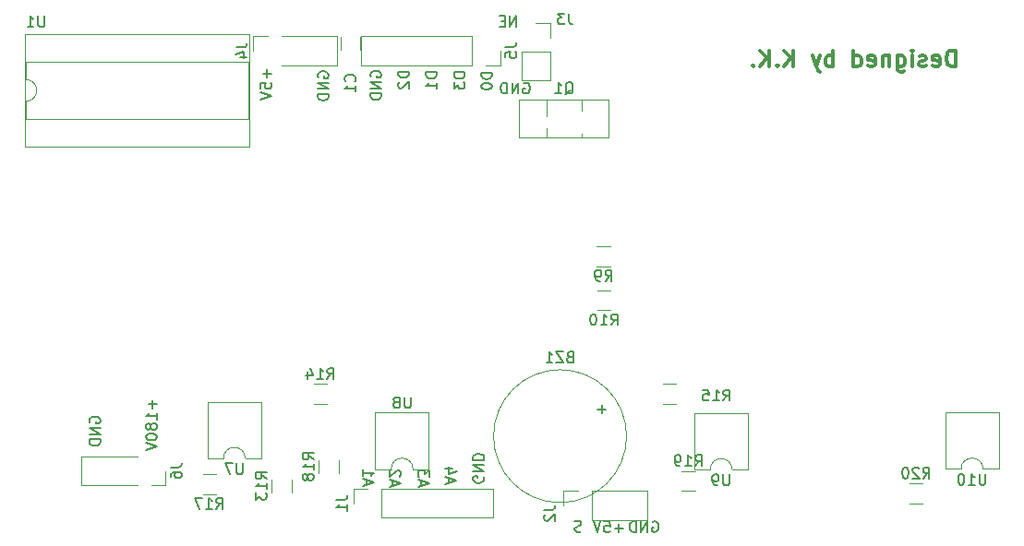
<source format=gbr>
G04 #@! TF.GenerationSoftware,KiCad,Pcbnew,(6.0.0)*
G04 #@! TF.CreationDate,2022-12-26T17:37:19+03:00*
G04 #@! TF.ProjectId,nixie display,6e697869-6520-4646-9973-706c61792e6b,rev?*
G04 #@! TF.SameCoordinates,Original*
G04 #@! TF.FileFunction,Legend,Bot*
G04 #@! TF.FilePolarity,Positive*
%FSLAX46Y46*%
G04 Gerber Fmt 4.6, Leading zero omitted, Abs format (unit mm)*
G04 Created by KiCad (PCBNEW (6.0.0)) date 2022-12-26 17:37:19*
%MOMM*%
%LPD*%
G01*
G04 APERTURE LIST*
%ADD10C,0.150000*%
%ADD11C,0.300000*%
%ADD12C,0.120000*%
G04 APERTURE END LIST*
D10*
X166185714Y-99421428D02*
X165423809Y-99421428D01*
X165804761Y-99802380D02*
X165804761Y-99040476D01*
X164471428Y-98802380D02*
X164947619Y-98802380D01*
X164995238Y-99278571D01*
X164947619Y-99230952D01*
X164852380Y-99183333D01*
X164614285Y-99183333D01*
X164519047Y-99230952D01*
X164471428Y-99278571D01*
X164423809Y-99373809D01*
X164423809Y-99611904D01*
X164471428Y-99707142D01*
X164519047Y-99754761D01*
X164614285Y-99802380D01*
X164852380Y-99802380D01*
X164947619Y-99754761D01*
X164995238Y-99707142D01*
X164138095Y-98802380D02*
X163804761Y-99802380D01*
X163471428Y-98802380D01*
X133573828Y-57337485D02*
X133573828Y-58099390D01*
X133954780Y-57718438D02*
X133192876Y-57718438D01*
X132954780Y-59051771D02*
X132954780Y-58575580D01*
X133430971Y-58527961D01*
X133383352Y-58575580D01*
X133335733Y-58670819D01*
X133335733Y-58908914D01*
X133383352Y-59004152D01*
X133430971Y-59051771D01*
X133526209Y-59099390D01*
X133764304Y-59099390D01*
X133859542Y-59051771D01*
X133907161Y-59004152D01*
X133954780Y-58908914D01*
X133954780Y-58670819D01*
X133907161Y-58575580D01*
X133859542Y-58527961D01*
X132954780Y-59385104D02*
X133954780Y-59718438D01*
X132954780Y-60051771D01*
D11*
X196686914Y-57066571D02*
X196686914Y-55566571D01*
X196329771Y-55566571D01*
X196115485Y-55638000D01*
X195972628Y-55780857D01*
X195901200Y-55923714D01*
X195829771Y-56209428D01*
X195829771Y-56423714D01*
X195901200Y-56709428D01*
X195972628Y-56852285D01*
X196115485Y-56995142D01*
X196329771Y-57066571D01*
X196686914Y-57066571D01*
X194615485Y-56995142D02*
X194758342Y-57066571D01*
X195044057Y-57066571D01*
X195186914Y-56995142D01*
X195258342Y-56852285D01*
X195258342Y-56280857D01*
X195186914Y-56138000D01*
X195044057Y-56066571D01*
X194758342Y-56066571D01*
X194615485Y-56138000D01*
X194544057Y-56280857D01*
X194544057Y-56423714D01*
X195258342Y-56566571D01*
X193972628Y-56995142D02*
X193829771Y-57066571D01*
X193544057Y-57066571D01*
X193401200Y-56995142D01*
X193329771Y-56852285D01*
X193329771Y-56780857D01*
X193401200Y-56638000D01*
X193544057Y-56566571D01*
X193758342Y-56566571D01*
X193901200Y-56495142D01*
X193972628Y-56352285D01*
X193972628Y-56280857D01*
X193901200Y-56138000D01*
X193758342Y-56066571D01*
X193544057Y-56066571D01*
X193401200Y-56138000D01*
X192686914Y-57066571D02*
X192686914Y-56066571D01*
X192686914Y-55566571D02*
X192758342Y-55638000D01*
X192686914Y-55709428D01*
X192615485Y-55638000D01*
X192686914Y-55566571D01*
X192686914Y-55709428D01*
X191329771Y-56066571D02*
X191329771Y-57280857D01*
X191401200Y-57423714D01*
X191472628Y-57495142D01*
X191615485Y-57566571D01*
X191829771Y-57566571D01*
X191972628Y-57495142D01*
X191329771Y-56995142D02*
X191472628Y-57066571D01*
X191758342Y-57066571D01*
X191901200Y-56995142D01*
X191972628Y-56923714D01*
X192044057Y-56780857D01*
X192044057Y-56352285D01*
X191972628Y-56209428D01*
X191901200Y-56138000D01*
X191758342Y-56066571D01*
X191472628Y-56066571D01*
X191329771Y-56138000D01*
X190615485Y-56066571D02*
X190615485Y-57066571D01*
X190615485Y-56209428D02*
X190544057Y-56138000D01*
X190401200Y-56066571D01*
X190186914Y-56066571D01*
X190044057Y-56138000D01*
X189972628Y-56280857D01*
X189972628Y-57066571D01*
X188686914Y-56995142D02*
X188829771Y-57066571D01*
X189115485Y-57066571D01*
X189258342Y-56995142D01*
X189329771Y-56852285D01*
X189329771Y-56280857D01*
X189258342Y-56138000D01*
X189115485Y-56066571D01*
X188829771Y-56066571D01*
X188686914Y-56138000D01*
X188615485Y-56280857D01*
X188615485Y-56423714D01*
X189329771Y-56566571D01*
X187329771Y-57066571D02*
X187329771Y-55566571D01*
X187329771Y-56995142D02*
X187472628Y-57066571D01*
X187758342Y-57066571D01*
X187901200Y-56995142D01*
X187972628Y-56923714D01*
X188044057Y-56780857D01*
X188044057Y-56352285D01*
X187972628Y-56209428D01*
X187901200Y-56138000D01*
X187758342Y-56066571D01*
X187472628Y-56066571D01*
X187329771Y-56138000D01*
X185472628Y-57066571D02*
X185472628Y-55566571D01*
X185472628Y-56138000D02*
X185329771Y-56066571D01*
X185044057Y-56066571D01*
X184901200Y-56138000D01*
X184829771Y-56209428D01*
X184758342Y-56352285D01*
X184758342Y-56780857D01*
X184829771Y-56923714D01*
X184901200Y-56995142D01*
X185044057Y-57066571D01*
X185329771Y-57066571D01*
X185472628Y-56995142D01*
X184258342Y-56066571D02*
X183901200Y-57066571D01*
X183544057Y-56066571D02*
X183901200Y-57066571D01*
X184044057Y-57423714D01*
X184115485Y-57495142D01*
X184258342Y-57566571D01*
X181829771Y-57066571D02*
X181829771Y-55566571D01*
X180972628Y-57066571D02*
X181615485Y-56209428D01*
X180972628Y-55566571D02*
X181829771Y-56423714D01*
X180329771Y-56923714D02*
X180258342Y-56995142D01*
X180329771Y-57066571D01*
X180401200Y-56995142D01*
X180329771Y-56923714D01*
X180329771Y-57066571D01*
X179615485Y-57066571D02*
X179615485Y-55566571D01*
X178758342Y-57066571D02*
X179401200Y-56209428D01*
X178758342Y-55566571D02*
X179615485Y-56423714D01*
X178115485Y-56923714D02*
X178044057Y-56995142D01*
X178115485Y-57066571D01*
X178186914Y-56995142D01*
X178115485Y-56923714D01*
X178115485Y-57066571D01*
D10*
X168891904Y-98850000D02*
X168987142Y-98802380D01*
X169130000Y-98802380D01*
X169272857Y-98850000D01*
X169368095Y-98945238D01*
X169415714Y-99040476D01*
X169463333Y-99230952D01*
X169463333Y-99373809D01*
X169415714Y-99564285D01*
X169368095Y-99659523D01*
X169272857Y-99754761D01*
X169130000Y-99802380D01*
X169034761Y-99802380D01*
X168891904Y-99754761D01*
X168844285Y-99707142D01*
X168844285Y-99373809D01*
X169034761Y-99373809D01*
X168415714Y-99802380D02*
X168415714Y-98802380D01*
X167844285Y-99802380D01*
X167844285Y-98802380D01*
X167368095Y-99802380D02*
X167368095Y-98802380D01*
X167130000Y-98802380D01*
X166987142Y-98850000D01*
X166891904Y-98945238D01*
X166844285Y-99040476D01*
X166796666Y-99230952D01*
X166796666Y-99373809D01*
X166844285Y-99564285D01*
X166891904Y-99659523D01*
X166987142Y-99754761D01*
X167130000Y-99802380D01*
X167368095Y-99802380D01*
X142653333Y-95484285D02*
X142653333Y-95008095D01*
X142367619Y-95579523D02*
X143367619Y-95246190D01*
X142367619Y-94912857D01*
X142367619Y-94055714D02*
X142367619Y-94627142D01*
X142367619Y-94341428D02*
X143367619Y-94341428D01*
X143224761Y-94436666D01*
X143129523Y-94531904D01*
X143081904Y-94627142D01*
X149093180Y-57580304D02*
X148093180Y-57580304D01*
X148093180Y-57818400D01*
X148140800Y-57961257D01*
X148236038Y-58056495D01*
X148331276Y-58104114D01*
X148521752Y-58151733D01*
X148664609Y-58151733D01*
X148855085Y-58104114D01*
X148950323Y-58056495D01*
X149045561Y-57961257D01*
X149093180Y-57818400D01*
X149093180Y-57580304D01*
X149093180Y-59104114D02*
X149093180Y-58532685D01*
X149093180Y-58818400D02*
X148093180Y-58818400D01*
X148236038Y-58723161D01*
X148331276Y-58627923D01*
X148378895Y-58532685D01*
X117305200Y-89763695D02*
X117257580Y-89668457D01*
X117257580Y-89525600D01*
X117305200Y-89382742D01*
X117400438Y-89287504D01*
X117495676Y-89239885D01*
X117686152Y-89192266D01*
X117829009Y-89192266D01*
X118019485Y-89239885D01*
X118114723Y-89287504D01*
X118209961Y-89382742D01*
X118257580Y-89525600D01*
X118257580Y-89620838D01*
X118209961Y-89763695D01*
X118162342Y-89811314D01*
X117829009Y-89811314D01*
X117829009Y-89620838D01*
X118257580Y-90239885D02*
X117257580Y-90239885D01*
X118257580Y-90811314D01*
X117257580Y-90811314D01*
X118257580Y-91287504D02*
X117257580Y-91287504D01*
X117257580Y-91525600D01*
X117305200Y-91668457D01*
X117400438Y-91763695D01*
X117495676Y-91811314D01*
X117686152Y-91858933D01*
X117829009Y-91858933D01*
X118019485Y-91811314D01*
X118114723Y-91763695D01*
X118209961Y-91668457D01*
X118257580Y-91525600D01*
X118257580Y-91287504D01*
X161764285Y-98815238D02*
X161907142Y-98767619D01*
X162145238Y-98767619D01*
X162240476Y-98815238D01*
X162288095Y-98862857D01*
X162335714Y-98958095D01*
X162335714Y-99053333D01*
X162288095Y-99148571D01*
X162240476Y-99196190D01*
X162145238Y-99243809D01*
X161954761Y-99291428D01*
X161859523Y-99339047D01*
X161811904Y-99386666D01*
X161764285Y-99481904D01*
X161764285Y-99577142D01*
X161811904Y-99672380D01*
X161859523Y-99720000D01*
X161954761Y-99767619D01*
X162192857Y-99767619D01*
X162335714Y-99720000D01*
X146553180Y-57529504D02*
X145553180Y-57529504D01*
X145553180Y-57767600D01*
X145600800Y-57910457D01*
X145696038Y-58005695D01*
X145791276Y-58053314D01*
X145981752Y-58100933D01*
X146124609Y-58100933D01*
X146315085Y-58053314D01*
X146410323Y-58005695D01*
X146505561Y-57910457D01*
X146553180Y-57767600D01*
X146553180Y-57529504D01*
X145648419Y-58481885D02*
X145600800Y-58529504D01*
X145553180Y-58624742D01*
X145553180Y-58862838D01*
X145600800Y-58958076D01*
X145648419Y-59005695D01*
X145743657Y-59053314D01*
X145838895Y-59053314D01*
X145981752Y-59005695D01*
X146553180Y-58434266D01*
X146553180Y-59053314D01*
X151683980Y-57580304D02*
X150683980Y-57580304D01*
X150683980Y-57818400D01*
X150731600Y-57961257D01*
X150826838Y-58056495D01*
X150922076Y-58104114D01*
X151112552Y-58151733D01*
X151255409Y-58151733D01*
X151445885Y-58104114D01*
X151541123Y-58056495D01*
X151636361Y-57961257D01*
X151683980Y-57818400D01*
X151683980Y-57580304D01*
X150683980Y-58485066D02*
X150683980Y-59104114D01*
X151064933Y-58770780D01*
X151064933Y-58913638D01*
X151112552Y-59008876D01*
X151160171Y-59056495D01*
X151255409Y-59104114D01*
X151493504Y-59104114D01*
X151588742Y-59056495D01*
X151636361Y-59008876D01*
X151683980Y-58913638D01*
X151683980Y-58627923D01*
X151636361Y-58532685D01*
X151588742Y-58485066D01*
X138234800Y-58064495D02*
X138187180Y-57969257D01*
X138187180Y-57826400D01*
X138234800Y-57683542D01*
X138330038Y-57588304D01*
X138425276Y-57540685D01*
X138615752Y-57493066D01*
X138758609Y-57493066D01*
X138949085Y-57540685D01*
X139044323Y-57588304D01*
X139139561Y-57683542D01*
X139187180Y-57826400D01*
X139187180Y-57921638D01*
X139139561Y-58064495D01*
X139091942Y-58112114D01*
X138758609Y-58112114D01*
X138758609Y-57921638D01*
X139187180Y-58540685D02*
X138187180Y-58540685D01*
X139187180Y-59112114D01*
X138187180Y-59112114D01*
X139187180Y-59588304D02*
X138187180Y-59588304D01*
X138187180Y-59826400D01*
X138234800Y-59969257D01*
X138330038Y-60064495D01*
X138425276Y-60112114D01*
X138615752Y-60159733D01*
X138758609Y-60159733D01*
X138949085Y-60112114D01*
X139044323Y-60064495D01*
X139139561Y-59969257D01*
X139187180Y-59826400D01*
X139187180Y-59588304D01*
X145083333Y-95564285D02*
X145083333Y-95088095D01*
X144797619Y-95659523D02*
X145797619Y-95326190D01*
X144797619Y-94992857D01*
X145702380Y-94707142D02*
X145750000Y-94659523D01*
X145797619Y-94564285D01*
X145797619Y-94326190D01*
X145750000Y-94230952D01*
X145702380Y-94183333D01*
X145607142Y-94135714D01*
X145511904Y-94135714D01*
X145369047Y-94183333D01*
X144797619Y-94754761D01*
X144797619Y-94135714D01*
X156389295Y-53385980D02*
X156389295Y-52385980D01*
X155817866Y-53385980D01*
X155817866Y-52385980D01*
X155341676Y-52862171D02*
X155008342Y-52862171D01*
X154865485Y-53385980D02*
X155341676Y-53385980D01*
X155341676Y-52385980D01*
X154865485Y-52385980D01*
X153400000Y-94701904D02*
X153447619Y-94797142D01*
X153447619Y-94940000D01*
X153400000Y-95082857D01*
X153304761Y-95178095D01*
X153209523Y-95225714D01*
X153019047Y-95273333D01*
X152876190Y-95273333D01*
X152685714Y-95225714D01*
X152590476Y-95178095D01*
X152495238Y-95082857D01*
X152447619Y-94940000D01*
X152447619Y-94844761D01*
X152495238Y-94701904D01*
X152542857Y-94654285D01*
X152876190Y-94654285D01*
X152876190Y-94844761D01*
X152447619Y-94225714D02*
X153447619Y-94225714D01*
X152447619Y-93654285D01*
X153447619Y-93654285D01*
X152447619Y-93178095D02*
X153447619Y-93178095D01*
X153447619Y-92940000D01*
X153400000Y-92797142D01*
X153304761Y-92701904D01*
X153209523Y-92654285D01*
X153019047Y-92606666D01*
X152876190Y-92606666D01*
X152685714Y-92654285D01*
X152590476Y-92701904D01*
X152495238Y-92797142D01*
X152447619Y-92940000D01*
X152447619Y-93178095D01*
X154173180Y-57631104D02*
X153173180Y-57631104D01*
X153173180Y-57869200D01*
X153220800Y-58012057D01*
X153316038Y-58107295D01*
X153411276Y-58154914D01*
X153601752Y-58202533D01*
X153744609Y-58202533D01*
X153935085Y-58154914D01*
X154030323Y-58107295D01*
X154125561Y-58012057D01*
X154173180Y-57869200D01*
X154173180Y-57631104D01*
X153173180Y-58821580D02*
X153173180Y-58916819D01*
X153220800Y-59012057D01*
X153268419Y-59059676D01*
X153363657Y-59107295D01*
X153554133Y-59154914D01*
X153792228Y-59154914D01*
X153982704Y-59107295D01*
X154077942Y-59059676D01*
X154125561Y-59012057D01*
X154173180Y-58916819D01*
X154173180Y-58821580D01*
X154125561Y-58726342D01*
X154077942Y-58678723D01*
X153982704Y-58631104D01*
X153792228Y-58583485D01*
X153554133Y-58583485D01*
X153363657Y-58631104D01*
X153268419Y-58678723D01*
X153220800Y-58726342D01*
X153173180Y-58821580D01*
X123058228Y-87677904D02*
X123058228Y-88439809D01*
X123439180Y-88058857D02*
X122677276Y-88058857D01*
X123439180Y-89439809D02*
X123439180Y-88868380D01*
X123439180Y-89154095D02*
X122439180Y-89154095D01*
X122582038Y-89058857D01*
X122677276Y-88963619D01*
X122724895Y-88868380D01*
X122867752Y-90011238D02*
X122820133Y-89916000D01*
X122772514Y-89868380D01*
X122677276Y-89820761D01*
X122629657Y-89820761D01*
X122534419Y-89868380D01*
X122486800Y-89916000D01*
X122439180Y-90011238D01*
X122439180Y-90201714D01*
X122486800Y-90296952D01*
X122534419Y-90344571D01*
X122629657Y-90392190D01*
X122677276Y-90392190D01*
X122772514Y-90344571D01*
X122820133Y-90296952D01*
X122867752Y-90201714D01*
X122867752Y-90011238D01*
X122915371Y-89916000D01*
X122962990Y-89868380D01*
X123058228Y-89820761D01*
X123248704Y-89820761D01*
X123343942Y-89868380D01*
X123391561Y-89916000D01*
X123439180Y-90011238D01*
X123439180Y-90201714D01*
X123391561Y-90296952D01*
X123343942Y-90344571D01*
X123248704Y-90392190D01*
X123058228Y-90392190D01*
X122962990Y-90344571D01*
X122915371Y-90296952D01*
X122867752Y-90201714D01*
X122439180Y-91011238D02*
X122439180Y-91106476D01*
X122486800Y-91201714D01*
X122534419Y-91249333D01*
X122629657Y-91296952D01*
X122820133Y-91344571D01*
X123058228Y-91344571D01*
X123248704Y-91296952D01*
X123343942Y-91249333D01*
X123391561Y-91201714D01*
X123439180Y-91106476D01*
X123439180Y-91011238D01*
X123391561Y-90916000D01*
X123343942Y-90868380D01*
X123248704Y-90820761D01*
X123058228Y-90773142D01*
X122820133Y-90773142D01*
X122629657Y-90820761D01*
X122534419Y-90868380D01*
X122486800Y-90916000D01*
X122439180Y-91011238D01*
X122439180Y-91630285D02*
X123439180Y-91963619D01*
X122439180Y-92296952D01*
X157073504Y-58580400D02*
X157168742Y-58532780D01*
X157311600Y-58532780D01*
X157454457Y-58580400D01*
X157549695Y-58675638D01*
X157597314Y-58770876D01*
X157644933Y-58961352D01*
X157644933Y-59104209D01*
X157597314Y-59294685D01*
X157549695Y-59389923D01*
X157454457Y-59485161D01*
X157311600Y-59532780D01*
X157216361Y-59532780D01*
X157073504Y-59485161D01*
X157025885Y-59437542D01*
X157025885Y-59104209D01*
X157216361Y-59104209D01*
X156597314Y-59532780D02*
X156597314Y-58532780D01*
X156025885Y-59532780D01*
X156025885Y-58532780D01*
X155549695Y-59532780D02*
X155549695Y-58532780D01*
X155311600Y-58532780D01*
X155168742Y-58580400D01*
X155073504Y-58675638D01*
X155025885Y-58770876D01*
X154978266Y-58961352D01*
X154978266Y-59104209D01*
X155025885Y-59294685D01*
X155073504Y-59389923D01*
X155168742Y-59485161D01*
X155311600Y-59532780D01*
X155549695Y-59532780D01*
X147693333Y-95544285D02*
X147693333Y-95068095D01*
X147407619Y-95639523D02*
X148407619Y-95306190D01*
X147407619Y-94972857D01*
X148407619Y-94734761D02*
X148407619Y-94115714D01*
X148026666Y-94449047D01*
X148026666Y-94306190D01*
X147979047Y-94210952D01*
X147931428Y-94163333D01*
X147836190Y-94115714D01*
X147598095Y-94115714D01*
X147502857Y-94163333D01*
X147455238Y-94210952D01*
X147407619Y-94306190D01*
X147407619Y-94591904D01*
X147455238Y-94687142D01*
X147502857Y-94734761D01*
X150183333Y-95284285D02*
X150183333Y-94808095D01*
X149897619Y-95379523D02*
X150897619Y-95046190D01*
X149897619Y-94712857D01*
X150564285Y-93950952D02*
X149897619Y-93950952D01*
X150945238Y-94189047D02*
X150230952Y-94427142D01*
X150230952Y-93808095D01*
X143060800Y-58013695D02*
X143013180Y-57918457D01*
X143013180Y-57775600D01*
X143060800Y-57632742D01*
X143156038Y-57537504D01*
X143251276Y-57489885D01*
X143441752Y-57442266D01*
X143584609Y-57442266D01*
X143775085Y-57489885D01*
X143870323Y-57537504D01*
X143965561Y-57632742D01*
X144013180Y-57775600D01*
X144013180Y-57870838D01*
X143965561Y-58013695D01*
X143917942Y-58061314D01*
X143584609Y-58061314D01*
X143584609Y-57870838D01*
X144013180Y-58489885D02*
X143013180Y-58489885D01*
X144013180Y-59061314D01*
X143013180Y-59061314D01*
X144013180Y-59537504D02*
X143013180Y-59537504D01*
X143013180Y-59775600D01*
X143060800Y-59918457D01*
X143156038Y-60013695D01*
X143251276Y-60061314D01*
X143441752Y-60108933D01*
X143584609Y-60108933D01*
X143775085Y-60061314D01*
X143870323Y-60013695D01*
X143965561Y-59918457D01*
X144013180Y-59775600D01*
X144013180Y-59537504D01*
X175394857Y-87726780D02*
X175728190Y-87250590D01*
X175966285Y-87726780D02*
X175966285Y-86726780D01*
X175585333Y-86726780D01*
X175490095Y-86774400D01*
X175442476Y-86822019D01*
X175394857Y-86917257D01*
X175394857Y-87060114D01*
X175442476Y-87155352D01*
X175490095Y-87202971D01*
X175585333Y-87250590D01*
X175966285Y-87250590D01*
X174442476Y-87726780D02*
X175013904Y-87726780D01*
X174728190Y-87726780D02*
X174728190Y-86726780D01*
X174823428Y-86869638D01*
X174918666Y-86964876D01*
X175013904Y-87012495D01*
X173537714Y-86726780D02*
X174013904Y-86726780D01*
X174061523Y-87202971D01*
X174013904Y-87155352D01*
X173918666Y-87107733D01*
X173680571Y-87107733D01*
X173585333Y-87155352D01*
X173537714Y-87202971D01*
X173490095Y-87298209D01*
X173490095Y-87536304D01*
X173537714Y-87631542D01*
X173585333Y-87679161D01*
X173680571Y-87726780D01*
X173918666Y-87726780D01*
X174013904Y-87679161D01*
X174061523Y-87631542D01*
X161300952Y-83718571D02*
X161158095Y-83766190D01*
X161110476Y-83813809D01*
X161062857Y-83909047D01*
X161062857Y-84051904D01*
X161110476Y-84147142D01*
X161158095Y-84194761D01*
X161253333Y-84242380D01*
X161634285Y-84242380D01*
X161634285Y-83242380D01*
X161300952Y-83242380D01*
X161205714Y-83290000D01*
X161158095Y-83337619D01*
X161110476Y-83432857D01*
X161110476Y-83528095D01*
X161158095Y-83623333D01*
X161205714Y-83670952D01*
X161300952Y-83718571D01*
X161634285Y-83718571D01*
X160729523Y-83242380D02*
X160062857Y-83242380D01*
X160729523Y-84242380D01*
X160062857Y-84242380D01*
X159158095Y-84242380D02*
X159729523Y-84242380D01*
X159443809Y-84242380D02*
X159443809Y-83242380D01*
X159539047Y-83385238D01*
X159634285Y-83480476D01*
X159729523Y-83528095D01*
X164610952Y-88521428D02*
X163849047Y-88521428D01*
X164230000Y-88902380D02*
X164230000Y-88140476D01*
X141581142Y-58405733D02*
X141628761Y-58358114D01*
X141676380Y-58215257D01*
X141676380Y-58120019D01*
X141628761Y-57977161D01*
X141533523Y-57881923D01*
X141438285Y-57834304D01*
X141247809Y-57786685D01*
X141104952Y-57786685D01*
X140914476Y-57834304D01*
X140819238Y-57881923D01*
X140724000Y-57977161D01*
X140676380Y-58120019D01*
X140676380Y-58215257D01*
X140724000Y-58358114D01*
X140771619Y-58405733D01*
X141676380Y-59358114D02*
X141676380Y-58786685D01*
X141676380Y-59072400D02*
X140676380Y-59072400D01*
X140819238Y-58977161D01*
X140914476Y-58881923D01*
X140962095Y-58786685D01*
X130712380Y-55276666D02*
X131426666Y-55276666D01*
X131569523Y-55229047D01*
X131664761Y-55133809D01*
X131712380Y-54990952D01*
X131712380Y-54895714D01*
X131045714Y-56181428D02*
X131712380Y-56181428D01*
X130664761Y-55943333D02*
X131379047Y-55705238D01*
X131379047Y-56324285D01*
X160875238Y-59617619D02*
X160970476Y-59570000D01*
X161065714Y-59474761D01*
X161208571Y-59331904D01*
X161303809Y-59284285D01*
X161399047Y-59284285D01*
X161351428Y-59522380D02*
X161446666Y-59474761D01*
X161541904Y-59379523D01*
X161589523Y-59189047D01*
X161589523Y-58855714D01*
X161541904Y-58665238D01*
X161446666Y-58570000D01*
X161351428Y-58522380D01*
X161160952Y-58522380D01*
X161065714Y-58570000D01*
X160970476Y-58665238D01*
X160922857Y-58855714D01*
X160922857Y-59189047D01*
X160970476Y-59379523D01*
X161065714Y-59474761D01*
X161160952Y-59522380D01*
X161351428Y-59522380D01*
X159970476Y-59522380D02*
X160541904Y-59522380D01*
X160256190Y-59522380D02*
X160256190Y-58522380D01*
X160351428Y-58665238D01*
X160446666Y-58760476D01*
X160541904Y-58808095D01*
X164569166Y-76742380D02*
X164902500Y-76266190D01*
X165140595Y-76742380D02*
X165140595Y-75742380D01*
X164759642Y-75742380D01*
X164664404Y-75790000D01*
X164616785Y-75837619D01*
X164569166Y-75932857D01*
X164569166Y-76075714D01*
X164616785Y-76170952D01*
X164664404Y-76218571D01*
X164759642Y-76266190D01*
X165140595Y-76266190D01*
X164092976Y-76742380D02*
X163902500Y-76742380D01*
X163807261Y-76694761D01*
X163759642Y-76647142D01*
X163664404Y-76504285D01*
X163616785Y-76313809D01*
X163616785Y-75932857D01*
X163664404Y-75837619D01*
X163712023Y-75790000D01*
X163807261Y-75742380D01*
X163997738Y-75742380D01*
X164092976Y-75790000D01*
X164140595Y-75837619D01*
X164188214Y-75932857D01*
X164188214Y-76170952D01*
X164140595Y-76266190D01*
X164092976Y-76313809D01*
X163997738Y-76361428D01*
X163807261Y-76361428D01*
X163712023Y-76313809D01*
X163664404Y-76266190D01*
X163616785Y-76170952D01*
X165092857Y-80792380D02*
X165426190Y-80316190D01*
X165664285Y-80792380D02*
X165664285Y-79792380D01*
X165283333Y-79792380D01*
X165188095Y-79840000D01*
X165140476Y-79887619D01*
X165092857Y-79982857D01*
X165092857Y-80125714D01*
X165140476Y-80220952D01*
X165188095Y-80268571D01*
X165283333Y-80316190D01*
X165664285Y-80316190D01*
X164140476Y-80792380D02*
X164711904Y-80792380D01*
X164426190Y-80792380D02*
X164426190Y-79792380D01*
X164521428Y-79935238D01*
X164616666Y-80030476D01*
X164711904Y-80078095D01*
X163521428Y-79792380D02*
X163426190Y-79792380D01*
X163330952Y-79840000D01*
X163283333Y-79887619D01*
X163235714Y-79982857D01*
X163188095Y-80173333D01*
X163188095Y-80411428D01*
X163235714Y-80601904D01*
X163283333Y-80697142D01*
X163330952Y-80744761D01*
X163426190Y-80792380D01*
X163521428Y-80792380D01*
X163616666Y-80744761D01*
X163664285Y-80697142D01*
X163711904Y-80601904D01*
X163759523Y-80411428D01*
X163759523Y-80173333D01*
X163711904Y-79982857D01*
X163664285Y-79887619D01*
X163616666Y-79840000D01*
X163521428Y-79792380D01*
X133506380Y-94897642D02*
X133030190Y-94564309D01*
X133506380Y-94326214D02*
X132506380Y-94326214D01*
X132506380Y-94707166D01*
X132554000Y-94802404D01*
X132601619Y-94850023D01*
X132696857Y-94897642D01*
X132839714Y-94897642D01*
X132934952Y-94850023D01*
X132982571Y-94802404D01*
X133030190Y-94707166D01*
X133030190Y-94326214D01*
X133506380Y-95850023D02*
X133506380Y-95278595D01*
X133506380Y-95564309D02*
X132506380Y-95564309D01*
X132649238Y-95469071D01*
X132744476Y-95373833D01*
X132792095Y-95278595D01*
X132506380Y-96183357D02*
X132506380Y-96802404D01*
X132887333Y-96469071D01*
X132887333Y-96611928D01*
X132934952Y-96707166D01*
X132982571Y-96754785D01*
X133077809Y-96802404D01*
X133315904Y-96802404D01*
X133411142Y-96754785D01*
X133458761Y-96707166D01*
X133506380Y-96611928D01*
X133506380Y-96326214D01*
X133458761Y-96230976D01*
X133411142Y-96183357D01*
X139072857Y-85754380D02*
X139406190Y-85278190D01*
X139644285Y-85754380D02*
X139644285Y-84754380D01*
X139263333Y-84754380D01*
X139168095Y-84802000D01*
X139120476Y-84849619D01*
X139072857Y-84944857D01*
X139072857Y-85087714D01*
X139120476Y-85182952D01*
X139168095Y-85230571D01*
X139263333Y-85278190D01*
X139644285Y-85278190D01*
X138120476Y-85754380D02*
X138691904Y-85754380D01*
X138406190Y-85754380D02*
X138406190Y-84754380D01*
X138501428Y-84897238D01*
X138596666Y-84992476D01*
X138691904Y-85040095D01*
X137263333Y-85087714D02*
X137263333Y-85754380D01*
X137501428Y-84706761D02*
X137739523Y-85421047D01*
X137120476Y-85421047D01*
X128905357Y-97652380D02*
X129238690Y-97176190D01*
X129476785Y-97652380D02*
X129476785Y-96652380D01*
X129095833Y-96652380D01*
X129000595Y-96700000D01*
X128952976Y-96747619D01*
X128905357Y-96842857D01*
X128905357Y-96985714D01*
X128952976Y-97080952D01*
X129000595Y-97128571D01*
X129095833Y-97176190D01*
X129476785Y-97176190D01*
X127952976Y-97652380D02*
X128524404Y-97652380D01*
X128238690Y-97652380D02*
X128238690Y-96652380D01*
X128333928Y-96795238D01*
X128429166Y-96890476D01*
X128524404Y-96938095D01*
X127619642Y-96652380D02*
X126952976Y-96652380D01*
X127381547Y-97652380D01*
X137824380Y-93119642D02*
X137348190Y-92786309D01*
X137824380Y-92548214D02*
X136824380Y-92548214D01*
X136824380Y-92929166D01*
X136872000Y-93024404D01*
X136919619Y-93072023D01*
X137014857Y-93119642D01*
X137157714Y-93119642D01*
X137252952Y-93072023D01*
X137300571Y-93024404D01*
X137348190Y-92929166D01*
X137348190Y-92548214D01*
X137824380Y-94072023D02*
X137824380Y-93500595D01*
X137824380Y-93786309D02*
X136824380Y-93786309D01*
X136967238Y-93691071D01*
X137062476Y-93595833D01*
X137110095Y-93500595D01*
X137252952Y-94643452D02*
X137205333Y-94548214D01*
X137157714Y-94500595D01*
X137062476Y-94452976D01*
X137014857Y-94452976D01*
X136919619Y-94500595D01*
X136872000Y-94548214D01*
X136824380Y-94643452D01*
X136824380Y-94833928D01*
X136872000Y-94929166D01*
X136919619Y-94976785D01*
X137014857Y-95024404D01*
X137062476Y-95024404D01*
X137157714Y-94976785D01*
X137205333Y-94929166D01*
X137252952Y-94833928D01*
X137252952Y-94643452D01*
X137300571Y-94548214D01*
X137348190Y-94500595D01*
X137443428Y-94452976D01*
X137633904Y-94452976D01*
X137729142Y-94500595D01*
X137776761Y-94548214D01*
X137824380Y-94643452D01*
X137824380Y-94833928D01*
X137776761Y-94929166D01*
X137729142Y-94976785D01*
X137633904Y-95024404D01*
X137443428Y-95024404D01*
X137348190Y-94976785D01*
X137300571Y-94929166D01*
X137252952Y-94833928D01*
X172830357Y-93732380D02*
X173163690Y-93256190D01*
X173401785Y-93732380D02*
X173401785Y-92732380D01*
X173020833Y-92732380D01*
X172925595Y-92780000D01*
X172877976Y-92827619D01*
X172830357Y-92922857D01*
X172830357Y-93065714D01*
X172877976Y-93160952D01*
X172925595Y-93208571D01*
X173020833Y-93256190D01*
X173401785Y-93256190D01*
X171877976Y-93732380D02*
X172449404Y-93732380D01*
X172163690Y-93732380D02*
X172163690Y-92732380D01*
X172258928Y-92875238D01*
X172354166Y-92970476D01*
X172449404Y-93018095D01*
X171401785Y-93732380D02*
X171211309Y-93732380D01*
X171116071Y-93684761D01*
X171068452Y-93637142D01*
X170973214Y-93494285D01*
X170925595Y-93303809D01*
X170925595Y-92922857D01*
X170973214Y-92827619D01*
X171020833Y-92780000D01*
X171116071Y-92732380D01*
X171306547Y-92732380D01*
X171401785Y-92780000D01*
X171449404Y-92827619D01*
X171497023Y-92922857D01*
X171497023Y-93160952D01*
X171449404Y-93256190D01*
X171401785Y-93303809D01*
X171306547Y-93351428D01*
X171116071Y-93351428D01*
X171020833Y-93303809D01*
X170973214Y-93256190D01*
X170925595Y-93160952D01*
X193700357Y-94862380D02*
X194033690Y-94386190D01*
X194271785Y-94862380D02*
X194271785Y-93862380D01*
X193890833Y-93862380D01*
X193795595Y-93910000D01*
X193747976Y-93957619D01*
X193700357Y-94052857D01*
X193700357Y-94195714D01*
X193747976Y-94290952D01*
X193795595Y-94338571D01*
X193890833Y-94386190D01*
X194271785Y-94386190D01*
X193319404Y-93957619D02*
X193271785Y-93910000D01*
X193176547Y-93862380D01*
X192938452Y-93862380D01*
X192843214Y-93910000D01*
X192795595Y-93957619D01*
X192747976Y-94052857D01*
X192747976Y-94148095D01*
X192795595Y-94290952D01*
X193367023Y-94862380D01*
X192747976Y-94862380D01*
X192128928Y-93862380D02*
X192033690Y-93862380D01*
X191938452Y-93910000D01*
X191890833Y-93957619D01*
X191843214Y-94052857D01*
X191795595Y-94243333D01*
X191795595Y-94481428D01*
X191843214Y-94671904D01*
X191890833Y-94767142D01*
X191938452Y-94814761D01*
X192033690Y-94862380D01*
X192128928Y-94862380D01*
X192224166Y-94814761D01*
X192271785Y-94767142D01*
X192319404Y-94671904D01*
X192367023Y-94481428D01*
X192367023Y-94243333D01*
X192319404Y-94052857D01*
X192271785Y-93957619D01*
X192224166Y-93910000D01*
X192128928Y-93862380D01*
X131317904Y-93476380D02*
X131317904Y-94285904D01*
X131270285Y-94381142D01*
X131222666Y-94428761D01*
X131127428Y-94476380D01*
X130936952Y-94476380D01*
X130841714Y-94428761D01*
X130794095Y-94381142D01*
X130746476Y-94285904D01*
X130746476Y-93476380D01*
X130365523Y-93476380D02*
X129698857Y-93476380D01*
X130127428Y-94476380D01*
X146731904Y-87412380D02*
X146731904Y-88221904D01*
X146684285Y-88317142D01*
X146636666Y-88364761D01*
X146541428Y-88412380D01*
X146350952Y-88412380D01*
X146255714Y-88364761D01*
X146208095Y-88317142D01*
X146160476Y-88221904D01*
X146160476Y-87412380D01*
X145541428Y-87840952D02*
X145636666Y-87793333D01*
X145684285Y-87745714D01*
X145731904Y-87650476D01*
X145731904Y-87602857D01*
X145684285Y-87507619D01*
X145636666Y-87460000D01*
X145541428Y-87412380D01*
X145350952Y-87412380D01*
X145255714Y-87460000D01*
X145208095Y-87507619D01*
X145160476Y-87602857D01*
X145160476Y-87650476D01*
X145208095Y-87745714D01*
X145255714Y-87793333D01*
X145350952Y-87840952D01*
X145541428Y-87840952D01*
X145636666Y-87888571D01*
X145684285Y-87936190D01*
X145731904Y-88031428D01*
X145731904Y-88221904D01*
X145684285Y-88317142D01*
X145636666Y-88364761D01*
X145541428Y-88412380D01*
X145350952Y-88412380D01*
X145255714Y-88364761D01*
X145208095Y-88317142D01*
X145160476Y-88221904D01*
X145160476Y-88031428D01*
X145208095Y-87936190D01*
X145255714Y-87888571D01*
X145350952Y-87840952D01*
X175951904Y-94502380D02*
X175951904Y-95311904D01*
X175904285Y-95407142D01*
X175856666Y-95454761D01*
X175761428Y-95502380D01*
X175570952Y-95502380D01*
X175475714Y-95454761D01*
X175428095Y-95407142D01*
X175380476Y-95311904D01*
X175380476Y-94502380D01*
X174856666Y-95502380D02*
X174666190Y-95502380D01*
X174570952Y-95454761D01*
X174523333Y-95407142D01*
X174428095Y-95264285D01*
X174380476Y-95073809D01*
X174380476Y-94692857D01*
X174428095Y-94597619D01*
X174475714Y-94550000D01*
X174570952Y-94502380D01*
X174761428Y-94502380D01*
X174856666Y-94550000D01*
X174904285Y-94597619D01*
X174951904Y-94692857D01*
X174951904Y-94930952D01*
X174904285Y-95026190D01*
X174856666Y-95073809D01*
X174761428Y-95121428D01*
X174570952Y-95121428D01*
X174475714Y-95073809D01*
X174428095Y-95026190D01*
X174380476Y-94930952D01*
X199438095Y-94452380D02*
X199438095Y-95261904D01*
X199390476Y-95357142D01*
X199342857Y-95404761D01*
X199247619Y-95452380D01*
X199057142Y-95452380D01*
X198961904Y-95404761D01*
X198914285Y-95357142D01*
X198866666Y-95261904D01*
X198866666Y-94452380D01*
X197866666Y-95452380D02*
X198438095Y-95452380D01*
X198152380Y-95452380D02*
X198152380Y-94452380D01*
X198247619Y-94595238D01*
X198342857Y-94690476D01*
X198438095Y-94738095D01*
X197247619Y-94452380D02*
X197152380Y-94452380D01*
X197057142Y-94500000D01*
X197009523Y-94547619D01*
X196961904Y-94642857D01*
X196914285Y-94833333D01*
X196914285Y-95071428D01*
X196961904Y-95261904D01*
X197009523Y-95357142D01*
X197057142Y-95404761D01*
X197152380Y-95452380D01*
X197247619Y-95452380D01*
X197342857Y-95404761D01*
X197390476Y-95357142D01*
X197438095Y-95261904D01*
X197485714Y-95071428D01*
X197485714Y-94833333D01*
X197438095Y-94642857D01*
X197390476Y-94547619D01*
X197342857Y-94500000D01*
X197247619Y-94452380D01*
X139922380Y-96816666D02*
X140636666Y-96816666D01*
X140779523Y-96769047D01*
X140874761Y-96673809D01*
X140922380Y-96530952D01*
X140922380Y-96435714D01*
X140922380Y-97816666D02*
X140922380Y-97245238D01*
X140922380Y-97530952D02*
X139922380Y-97530952D01*
X140065238Y-97435714D01*
X140160476Y-97340476D01*
X140208095Y-97245238D01*
X155412380Y-55266666D02*
X156126666Y-55266666D01*
X156269523Y-55219047D01*
X156364761Y-55123809D01*
X156412380Y-54980952D01*
X156412380Y-54885714D01*
X155412380Y-56219047D02*
X155412380Y-55742857D01*
X155888571Y-55695238D01*
X155840952Y-55742857D01*
X155793333Y-55838095D01*
X155793333Y-56076190D01*
X155840952Y-56171428D01*
X155888571Y-56219047D01*
X155983809Y-56266666D01*
X156221904Y-56266666D01*
X156317142Y-56219047D01*
X156364761Y-56171428D01*
X156412380Y-56076190D01*
X156412380Y-55838095D01*
X156364761Y-55742857D01*
X156317142Y-55695238D01*
X161216933Y-52182780D02*
X161216933Y-52897066D01*
X161264552Y-53039923D01*
X161359790Y-53135161D01*
X161502647Y-53182780D01*
X161597885Y-53182780D01*
X160835980Y-52182780D02*
X160216933Y-52182780D01*
X160550266Y-52563733D01*
X160407409Y-52563733D01*
X160312171Y-52611352D01*
X160264552Y-52658971D01*
X160216933Y-52754209D01*
X160216933Y-52992304D01*
X160264552Y-53087542D01*
X160312171Y-53135161D01*
X160407409Y-53182780D01*
X160693123Y-53182780D01*
X160788361Y-53135161D01*
X160835980Y-53087542D01*
X124702380Y-93846666D02*
X125416666Y-93846666D01*
X125559523Y-93799047D01*
X125654761Y-93703809D01*
X125702380Y-93560952D01*
X125702380Y-93465714D01*
X124702380Y-94751428D02*
X124702380Y-94560952D01*
X124750000Y-94465714D01*
X124797619Y-94418095D01*
X124940476Y-94322857D01*
X125130952Y-94275238D01*
X125511904Y-94275238D01*
X125607142Y-94322857D01*
X125654761Y-94370476D01*
X125702380Y-94465714D01*
X125702380Y-94656190D01*
X125654761Y-94751428D01*
X125607142Y-94799047D01*
X125511904Y-94846666D01*
X125273809Y-94846666D01*
X125178571Y-94799047D01*
X125130952Y-94751428D01*
X125083333Y-94656190D01*
X125083333Y-94465714D01*
X125130952Y-94370476D01*
X125178571Y-94322857D01*
X125273809Y-94275238D01*
X158964380Y-97761466D02*
X159678666Y-97761466D01*
X159821523Y-97713847D01*
X159916761Y-97618609D01*
X159964380Y-97475752D01*
X159964380Y-97380514D01*
X159059619Y-98190038D02*
X159012000Y-98237657D01*
X158964380Y-98332895D01*
X158964380Y-98570990D01*
X159012000Y-98666228D01*
X159059619Y-98713847D01*
X159154857Y-98761466D01*
X159250095Y-98761466D01*
X159392952Y-98713847D01*
X159964380Y-98142419D01*
X159964380Y-98761466D01*
X113141904Y-52412380D02*
X113141904Y-53221904D01*
X113094285Y-53317142D01*
X113046666Y-53364761D01*
X112951428Y-53412380D01*
X112760952Y-53412380D01*
X112665714Y-53364761D01*
X112618095Y-53317142D01*
X112570476Y-53221904D01*
X112570476Y-52412380D01*
X111570476Y-53412380D02*
X112141904Y-53412380D01*
X111856190Y-53412380D02*
X111856190Y-52412380D01*
X111951428Y-52555238D01*
X112046666Y-52650476D01*
X112141904Y-52698095D01*
D12*
X171036064Y-86212000D02*
X169831936Y-86212000D01*
X171036064Y-88032000D02*
X169831936Y-88032000D01*
X166520000Y-90990000D02*
G75*
G03*
X166520000Y-90990000I-6100000J0D01*
G01*
X142120000Y-54355436D02*
X142120000Y-55559564D01*
X140300000Y-54355436D02*
X140300000Y-55559564D01*
X140000000Y-54280000D02*
X140000000Y-56940000D01*
X132260000Y-54280000D02*
X132260000Y-55610000D01*
X134860000Y-54280000D02*
X140000000Y-54280000D01*
X133590000Y-54280000D02*
X132260000Y-54280000D01*
X134860000Y-56940000D02*
X140000000Y-56940000D01*
X162380000Y-63240000D02*
X162380000Y-63560000D01*
X164900000Y-60070000D02*
X164900000Y-63560000D01*
X162380000Y-60070000D02*
X162380000Y-61140000D01*
X164900000Y-60070000D02*
X156660000Y-60070000D01*
X159179000Y-62730000D02*
X159179000Y-63560000D01*
X159179000Y-60070000D02*
X159179000Y-61650000D01*
X156660000Y-60070000D02*
X156660000Y-63560000D01*
X164900000Y-63560000D02*
X156660000Y-63560000D01*
X163800436Y-75380000D02*
X165004564Y-75380000D01*
X163800436Y-73560000D02*
X165004564Y-73560000D01*
X163847936Y-77610000D02*
X165052064Y-77610000D01*
X163847936Y-79430000D02*
X165052064Y-79430000D01*
X133964000Y-94938436D02*
X133964000Y-96142564D01*
X135784000Y-94938436D02*
X135784000Y-96142564D01*
X139032064Y-86212000D02*
X137827936Y-86212000D01*
X139032064Y-88032000D02*
X137827936Y-88032000D01*
X127660436Y-94470000D02*
X128864564Y-94470000D01*
X127660436Y-96290000D02*
X128864564Y-96290000D01*
X140102000Y-93160436D02*
X140102000Y-94364564D01*
X138282000Y-93160436D02*
X138282000Y-94364564D01*
X172789564Y-94190000D02*
X171585436Y-94190000D01*
X172789564Y-96010000D02*
X171585436Y-96010000D01*
X193659564Y-97140000D02*
X192455436Y-97140000D01*
X193659564Y-95320000D02*
X192455436Y-95320000D01*
X133006000Y-87824000D02*
X133006000Y-93024000D01*
X128106000Y-93024000D02*
X128106000Y-87824000D01*
X133006000Y-93024000D02*
X131556000Y-93024000D01*
X128106000Y-87824000D02*
X133006000Y-87824000D01*
X129556000Y-93024000D02*
X128106000Y-93024000D01*
X131556000Y-93024000D02*
G75*
G03*
X129556000Y-93024000I-1000000J0D01*
G01*
X143480000Y-94010000D02*
X143480000Y-88810000D01*
X143480000Y-88810000D02*
X148380000Y-88810000D01*
X144930000Y-94010000D02*
X143480000Y-94010000D01*
X148380000Y-88810000D02*
X148380000Y-94010000D01*
X148380000Y-94010000D02*
X146930000Y-94010000D01*
X146930000Y-94010000D02*
G75*
G03*
X144930000Y-94010000I-1000000J0D01*
G01*
X172740000Y-88850000D02*
X177640000Y-88850000D01*
X172740000Y-94050000D02*
X172740000Y-88850000D01*
X177640000Y-88850000D02*
X177640000Y-94050000D01*
X177640000Y-94050000D02*
X176190000Y-94050000D01*
X174190000Y-94050000D02*
X172740000Y-94050000D01*
X176190000Y-94050000D02*
G75*
G03*
X174190000Y-94050000I-1000000J0D01*
G01*
X197200000Y-94000000D02*
X195750000Y-94000000D01*
X200650000Y-94000000D02*
X199200000Y-94000000D01*
X195750000Y-94000000D02*
X195750000Y-88800000D01*
X195750000Y-88800000D02*
X200650000Y-88800000D01*
X200650000Y-88800000D02*
X200650000Y-94000000D01*
X199200000Y-94000000D02*
G75*
G03*
X197200000Y-94000000I-1000000J0D01*
G01*
X144070000Y-95820000D02*
X154290000Y-95820000D01*
X144070000Y-98480000D02*
X154290000Y-98480000D01*
X142800000Y-95820000D02*
X141470000Y-95820000D01*
X141470000Y-95820000D02*
X141470000Y-97150000D01*
X154290000Y-95820000D02*
X154290000Y-98480000D01*
X144070000Y-95820000D02*
X144070000Y-98480000D01*
X142140000Y-56930000D02*
X142140000Y-54270000D01*
X152360000Y-56930000D02*
X152360000Y-54270000D01*
X152360000Y-54270000D02*
X142140000Y-54270000D01*
X152360000Y-56930000D02*
X142140000Y-56930000D01*
X154960000Y-56930000D02*
X154960000Y-55600000D01*
X153630000Y-56930000D02*
X154960000Y-56930000D01*
X159530000Y-54420000D02*
X159530000Y-53090000D01*
X159530000Y-53090000D02*
X158200000Y-53090000D01*
X159530000Y-58290000D02*
X156870000Y-58290000D01*
X156870000Y-55690000D02*
X156870000Y-58290000D01*
X159530000Y-55690000D02*
X159530000Y-58290000D01*
X159530000Y-55690000D02*
X156870000Y-55690000D01*
X122920000Y-95510000D02*
X124250000Y-95510000D01*
X121650000Y-95510000D02*
X116510000Y-95510000D01*
X116510000Y-95510000D02*
X116510000Y-92850000D01*
X124250000Y-95510000D02*
X124250000Y-94180000D01*
X121650000Y-92850000D02*
X116510000Y-92850000D01*
X163310000Y-98670000D02*
X168450000Y-98670000D01*
X160710000Y-96010000D02*
X160710000Y-97340000D01*
X162040000Y-96010000D02*
X160710000Y-96010000D01*
X163310000Y-96010000D02*
X163310000Y-98670000D01*
X163310000Y-96010000D02*
X168450000Y-96010000D01*
X168450000Y-96010000D02*
X168450000Y-98670000D01*
X111420000Y-58250000D02*
X111420000Y-56600000D01*
X131860000Y-56600000D02*
X131860000Y-61900000D01*
X131920000Y-54110000D02*
X131920000Y-64390000D01*
X131920000Y-64390000D02*
X111360000Y-64390000D01*
X111360000Y-64390000D02*
X111360000Y-54110000D01*
X111360000Y-54110000D02*
X131920000Y-54110000D01*
X111420000Y-56600000D02*
X131860000Y-56600000D01*
X111420000Y-61900000D02*
X111420000Y-60250000D01*
X131860000Y-61900000D02*
X111420000Y-61900000D01*
X111420000Y-60250000D02*
G75*
G03*
X111420000Y-58250000I0J1000000D01*
G01*
M02*

</source>
